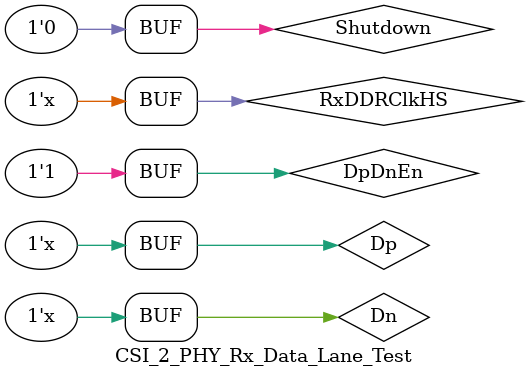
<source format=v>
`timescale 1ns / 1ps


module CSI_2_PHY_Rx_Data_Lane_Test;

	// Inputs
	reg Dp;
	reg Dn;
	reg RxDDRClkHS;
	reg Shutdown;
	
	// Data Differential Signal Enable
	reg DpDnEn;

	// Outputs
	wire RxByteClkHS;
	wire [7:0] RxDataHS;
	wire RxSyncHS;
	wire RxValidHS;
	wire RxActiveHS;
	wire RxUlpmEsc;
	wire Stopstate;
	wire ErrSotHS;
	wire ErrSotSyncHS;
	wire ErrEsc;
	wire ErrControl;

	// Instantiate the Unit Under Test (UUT)
	CSI_2_PHY_Rx_Data_Lane uut (
		.Dp(Dp), 
		.Dn(Dn), 
		.RxDDRClkHS(RxDDRClkHS), 
		.Shutdown(Shutdown), 
		.RxByteClkHS(RxByteClkHS), 
		.RxDataHS(RxDataHS), 
		.RxSyncHS(RxSyncHS), 
		.RxValidHS(RxValidHS), 
		.RxActiveHS(RxActiveHS), 
		.RxUlpmEsc(RxUlpmEsc), 
		.Stopstate(Stopstate), 
		.ErrSotHS(ErrSotHS), 
		.ErrSotSyncHS(ErrSotSyncHS), 
		.ErrEsc(ErrEsc), 
		.ErrControl(ErrControl)
	);

	initial begin
		// Initialize Inputs
		Dp = 1;
		Dn = 0;
		RxDDRClkHS = 0;
		Shutdown = 0;
		DpDnEn = 1;

		// Wait 100 ns for global reset to finish
		#100;
        
		// Add stimulus here

	end
	
	// Simulate 50 MHz RxDDRClkHS Clock signal
	always begin
		#10 RxDDRClkHS = !RxDDRClkHS;
	end
	
	// Simulate an alternating data differential signal
	always begin
		#20
		if (DpDnEn) begin
			Dp = !Dp;
			Dn = !Dn;
		end else begin
			Dp = 0;
			Dn = 0;
		end
	end
      
endmodule


</source>
